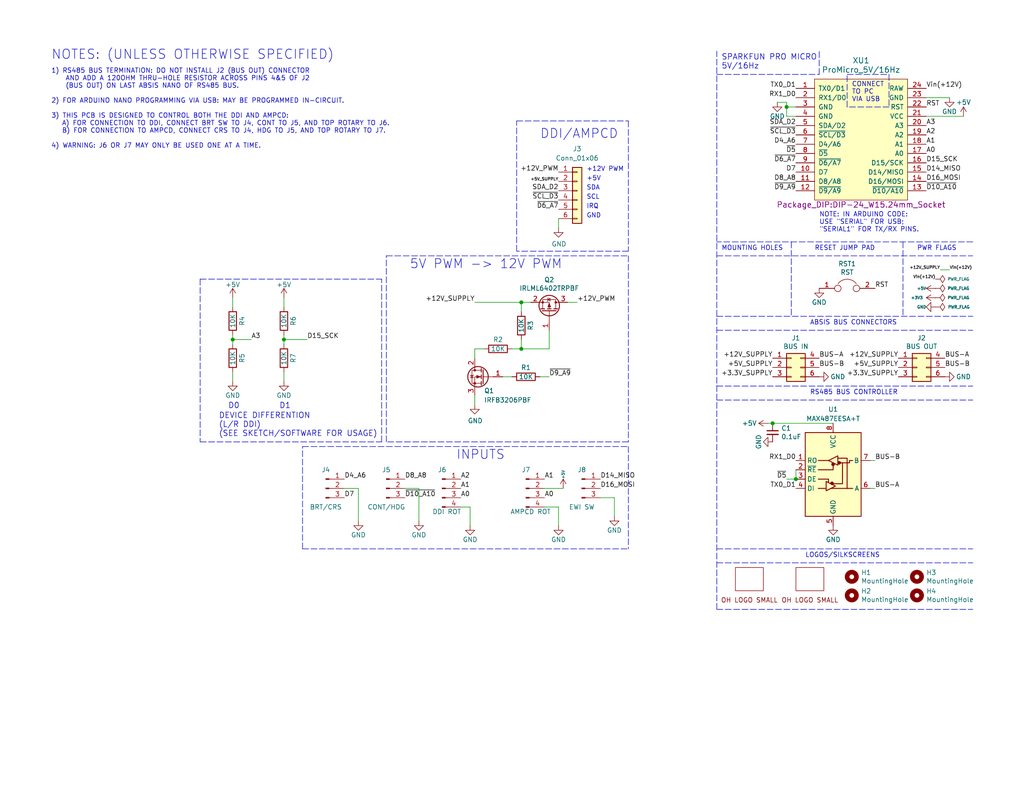
<source format=kicad_sch>
(kicad_sch (version 20211123) (generator eeschema)
  (paper "A")
  (title_block (title "DDI/AMPCD CONTROLLER") (date "2022-08-09") (rev "2") (company "OpenHornet") (comment 1 "CC BY-NC-SA"))
  (lib_symbols
    (symbol "CONTROLLER,-AMPCD_DDI-rescue:Jumper-Device" (pin_names (offset 0.762) hide)
      (property "Reference" "JP" (at 0 3.81 0))
      (property "Value" "Jumper-Device" (at 0 -2.032 0))
      (symbol "Jumper-Device_0_1"
        (circle (center -2.54 0) (radius 0.889))
        (arc (start 2.5146 1.27) (mid 0.0078 2.5097) (end -2.4892 1.27))
        (circle (center 2.54 0) (radius 0.889))
        (pin passive line (at -7.62 0 0) (length 4.191) (name "1") (number "1"))
        (pin passive line (at 7.62 0 180) (length 4.191) (name "2") (number "2"))
      )
    )
    (symbol "Connector:Conn_01x03_Male" (pin_names (offset 1.016) hide)
      (property "Reference" "J" (at 0 5.08 0))
      (property "Value" "Conn_01x03_Male" (at 0 -5.08 0))
      (symbol "Conn_01x03_Male_1_1"
        (polyline (pts (xy 1.27 -2.54) (xy 0.8636 -2.54)) (stroke (width 0.1524)))
        (polyline (pts (xy 1.27 0) (xy 0.8636 0)) (stroke (width 0.1524)))
        (polyline (pts (xy 1.27 2.54) (xy 0.8636 2.54)) (stroke (width 0.1524)))
        (rectangle (start 0.8636 -2.413) (end 0 -2.667) (stroke (width 0.1524)) (fill (type outline)))
        (rectangle (start 0.8636 0.127) (end 0 -0.127) (stroke (width 0.1524)) (fill (type outline)))
        (rectangle (start 0.8636 2.667) (end 0 2.413) (stroke (width 0.1524)) (fill (type outline)))
        (pin passive line (at 5.08 2.54 180) (length 3.81) (name "Pin_1") (number "1"))
        (pin passive line (at 5.08 0 180) (length 3.81) (name "Pin_2") (number "2"))
        (pin passive line (at 5.08 -2.54 180) (length 3.81) (name "Pin_3") (number "3"))
      )
    )
    (symbol "Connector:Conn_01x04_Male" (pin_names (offset 1.016) hide)
      (property "Reference" "J" (at 0 5.08 0))
      (property "Value" "Conn_01x04_Male" (at 0 -7.62 0))
      (symbol "Conn_01x04_Male_1_1"
        (polyline (pts (xy 1.27 -5.08) (xy 0.8636 -5.08)) (stroke (width 0.1524)))
        (polyline (pts (xy 1.27 -2.54) (xy 0.8636 -2.54)) (stroke (width 0.1524)))
        (polyline (pts (xy 1.27 0) (xy 0.8636 0)) (stroke (width 0.1524)))
        (polyline (pts (xy 1.27 2.54) (xy 0.8636 2.54)) (stroke (width 0.1524)))
        (rectangle (start 0.8636 -4.953) (end 0 -5.207) (stroke (width 0.1524)) (fill (type outline)))
        (rectangle (start 0.8636 -2.413) (end 0 -2.667) (stroke (width 0.1524)) (fill (type outline)))
        (rectangle (start 0.8636 0.127) (end 0 -0.127) (stroke (width 0.1524)) (fill (type outline)))
        (rectangle (start 0.8636 2.667) (end 0 2.413) (stroke (width 0.1524)) (fill (type outline)))
        (pin passive line (at 5.08 2.54 180) (length 3.81) (name "Pin_1") (number "1"))
        (pin passive line (at 5.08 0 180) (length 3.81) (name "Pin_2") (number "2"))
        (pin passive line (at 5.08 -2.54 180) (length 3.81) (name "Pin_3") (number "3"))
        (pin passive line (at 5.08 -5.08 180) (length 3.81) (name "Pin_4") (number "4"))
      )
    )
    (symbol "Connector_Generic:Conn_01x06" (pin_names (offset 1.016) hide)
      (property "Reference" "J" (at 0 7.62 0))
      (property "Value" "Conn_01x06" (at 0 -10.16 0))
      (symbol "Conn_01x06_1_1"
        (rectangle (start -1.27 -7.493) (end 0 -7.747) (stroke (width 0.1524)))
        (rectangle (start -1.27 -4.953) (end 0 -5.207) (stroke (width 0.1524)))
        (rectangle (start -1.27 -2.413) (end 0 -2.667) (stroke (width 0.1524)))
        (rectangle (start -1.27 0.127) (end 0 -0.127) (stroke (width 0.1524)))
        (rectangle (start -1.27 2.667) (end 0 2.413) (stroke (width 0.1524)))
        (rectangle (start -1.27 5.207) (end 0 4.953) (stroke (width 0.1524)))
        (rectangle (start -1.27 6.35) (end 1.27 -8.89) (stroke (width 0.254)) (fill (type background)))
        (pin passive line (at -5.08 5.08 0) (length 3.81) (name "Pin_1") (number "1"))
        (pin passive line (at -5.08 2.54 0) (length 3.81) (name "Pin_2") (number "2"))
        (pin passive line (at -5.08 0 0) (length 3.81) (name "Pin_3") (number "3"))
        (pin passive line (at -5.08 -2.54 0) (length 3.81) (name "Pin_4") (number "4"))
        (pin passive line (at -5.08 -5.08 0) (length 3.81) (name "Pin_5") (number "5"))
        (pin passive line (at -5.08 -7.62 0) (length 3.81) (name "Pin_6") (number "6"))
      )
    )
    (symbol "Connector_Generic:Conn_02x03_Top_Bottom" (pin_names (offset 1.016) hide)
      (property "Reference" "J" (at 1.27 5.08 0))
      (property "Value" "Conn_02x03_Top_Bottom" (at 1.27 -5.08 0))
      (symbol "Conn_02x03_Top_Bottom_1_1"
        (rectangle (start -1.27 -2.413) (end 0 -2.667) (stroke (width 0.1524)))
        (rectangle (start -1.27 0.127) (end 0 -0.127) (stroke (width 0.1524)))
        (rectangle (start -1.27 2.667) (end 0 2.413) (stroke (width 0.1524)))
        (rectangle (start -1.27 3.81) (end 3.81 -3.81) (stroke (width 0.254)) (fill (type background)))
        (rectangle (start 3.81 -2.413) (end 2.54 -2.667) (stroke (width 0.1524)))
        (rectangle (start 3.81 0.127) (end 2.54 -0.127) (stroke (width 0.1524)))
        (rectangle (start 3.81 2.667) (end 2.54 2.413) (stroke (width 0.1524)))
        (pin passive line (at -5.08 2.54 0) (length 3.81) (name "Pin_1") (number "1"))
        (pin passive line (at -5.08 0 0) (length 3.81) (name "Pin_2") (number "2"))
        (pin passive line (at -5.08 -2.54 0) (length 3.81) (name "Pin_3") (number "3"))
        (pin passive line (at 7.62 2.54 180) (length 3.81) (name "Pin_4") (number "4"))
        (pin passive line (at 7.62 0 180) (length 3.81) (name "Pin_5") (number "5"))
        (pin passive line (at 7.62 -2.54 180) (length 3.81) (name "Pin_6") (number "6"))
      )
    )
    (symbol "Device:C_Small" (pin_numbers hide) (pin_names (offset 0.254) hide)
      (property "Reference" "C" (at 0.254 1.778 0))
      (property "Value" "C_Small" (at 0.254 -2.032 0))
      (symbol "C_Small_0_1"
        (polyline (pts (xy -1.524 -0.508) (xy 1.524 -0.508)) (stroke (width 0.3302)))
        (polyline (pts (xy -1.524 0.508) (xy 1.524 0.508)) (stroke (width 0.3048)))
      )
      (symbol "C_Small_1_1"
        (pin passive line (at 0 2.54 270) (length 2.032) (name "~") (number "1"))
        (pin passive line (at 0 -2.54 90) (length 2.032) (name "~") (number "2"))
      )
    )
    (symbol "Device:Q_NMOS_GDS" (pin_names (offset 0) hide)
      (property "Reference" "Q" (at 5.08 1.27 0))
      (property "Value" "Q_NMOS_GDS" (at 5.08 -1.27 0))
      (symbol "Q_NMOS_GDS_0_1"
        (polyline (pts (xy 0.254 0) (xy -2.54 0)))
        (polyline (pts (xy 0.254 1.905) (xy 0.254 -1.905)) (stroke (width 0.254)))
        (polyline (pts (xy 0.762 -1.27) (xy 0.762 -2.286)) (stroke (width 0.254)))
        (polyline (pts (xy 0.762 0.508) (xy 0.762 -0.508)) (stroke (width 0.254)))
        (polyline (pts (xy 0.762 2.286) (xy 0.762 1.27)) (stroke (width 0.254)))
        (polyline (pts (xy 2.54 2.54) (xy 2.54 1.778)))
        (polyline (pts (xy 2.54 -2.54) (xy 2.54 0) (xy 0.762 0)))
        (polyline (pts (xy 0.762 -1.778) (xy 3.302 -1.778) (xy 3.302 1.778) (xy 0.762 1.778)))
        (polyline (pts (xy 1.016 0) (xy 2.032 0.381) (xy 2.032 -0.381) (xy 1.016 0)) (fill (type outline)))
        (polyline (pts (xy 2.794 0.508) (xy 2.921 0.381) (xy 3.683 0.381) (xy 3.81 0.254)))
        (polyline (pts (xy 3.302 0.381) (xy 2.921 -0.254) (xy 3.683 -0.254) (xy 3.302 0.381)))
        (circle (center 1.651 0) (radius 2.794) (stroke (width 0.254)))
        (circle (center 2.54 -1.778) (radius 0.254) (fill (type outline)))
        (circle (center 2.54 1.778) (radius 0.254) (fill (type outline)))
      )
      (symbol "Q_NMOS_GDS_1_1"
        (pin input line (at -5.08 0 0) (length 2.54) (name "G") (number "1"))
        (pin passive line (at 2.54 5.08 270) (length 2.54) (name "D") (number "2"))
        (pin passive line (at 2.54 -5.08 90) (length 2.54) (name "S") (number "3"))
      )
    )
    (symbol "Device:R" (pin_numbers hide) (pin_names (offset 0))
      (property "Reference" "R" (at 2.032 0 90))
      (property "Value" "R" (at 0 0 90))
      (symbol "R_0_1"
        (rectangle (start -1.016 -2.54) (end 1.016 2.54) (stroke (width 0.254)))
      )
      (symbol "R_1_1"
        (pin passive line (at 0 3.81 270) (length 1.27) (name "~") (number "1"))
        (pin passive line (at 0 -3.81 90) (length 1.27) (name "~") (number "2"))
      )
    )
    (symbol "Interface_UART:MAX487E"
      (property "Reference" "U" (at -6.096 11.43 0))
      (property "Value" "MAX487E" (at 0.762 11.43 0))
      (symbol "MAX487E_0_1"
        (rectangle (start -7.62 10.16) (end 7.62 -12.7) (stroke (width 0.254)) (fill (type background)))
        (circle (center -0.3048 -3.683) (radius 0.3556) (stroke (width 0.254)) (fill (type outline)))
        (circle (center -0.0254 1.4986) (radius 0.3556) (stroke (width 0.254)) (fill (type outline)))
        (polyline (pts (xy -4.064 -5.08) (xy -1.905 -5.08)) (stroke (width 0.254)))
        (polyline (pts (xy -4.064 2.54) (xy -1.27 2.54)) (stroke (width 0.254)))
        (polyline (pts (xy -1.27 -3.2004) (xy -1.27 -3.4544)) (stroke (width 0.254)))
        (polyline (pts (xy -0.635 -5.08) (xy 5.334 -5.08)) (stroke (width 0.254)))
        (polyline (pts (xy -4.064 -2.54) (xy -1.27 -2.54) (xy -1.27 -3.175)) (stroke (width 0.254)))
        (polyline (pts (xy 0 1.27) (xy 0 0) (xy -4.064 0)) (stroke (width 0.254)))
        (polyline (pts (xy 1.27 3.175) (xy 3.81 3.175) (xy 3.81 -5.08)) (stroke (width 0.254)))
        (polyline (pts (xy 2.54 1.905) (xy 2.54 -3.81) (xy 0 -3.81)) (stroke (width 0.254)))
        (polyline (pts (xy -1.905 -3.175) (xy -1.905 -5.715) (xy 0.635 -4.445) (xy -1.905 -3.175)) (stroke (width 0.254)))
        (polyline (pts (xy -1.27 2.54) (xy 1.27 3.81) (xy 1.27 1.27) (xy -1.27 2.54)) (stroke (width 0.254)))
        (polyline (pts (xy 1.905 1.905) (xy 4.445 1.905) (xy 4.445 2.54) (xy 5.334 2.54)) (stroke (width 0.254)))
        (rectangle (start 1.27 3.175) (end 1.27 3.175))
        (circle (center 1.651 1.905) (radius 0.3556) (stroke (width 0.254)) (fill (type outline)))
      )
      (symbol "MAX487E_1_1"
        (pin output line (at -10.16 2.54 0) (length 2.54) (name "RO") (number "1"))
        (pin input line (at -10.16 0 0) (length 2.54) (name "~{RE}") (number "2"))
        (pin input line (at -10.16 -2.54 0) (length 2.54) (name "DE") (number "3"))
        (pin input line (at -10.16 -5.08 0) (length 2.54) (name "DI") (number "4"))
        (pin power_in line (at 0 -15.24 90) (length 2.54) (name "GND") (number "5"))
        (pin bidirectional line (at 10.16 -5.08 180) (length 2.54) (name "A") (number "6"))
        (pin bidirectional line (at 10.16 2.54 180) (length 2.54) (name "B") (number "7"))
        (pin power_in line (at 0 12.7 270) (length 2.54) (name "VCC") (number "8"))
      )
    )
    (symbol "KiCadCustomLib:OpenHornetLogoSmall" (pin_numbers hide) (pin_names (offset 0) hide)
      (symbol "OpenHornetLogoSmall_0_0"
        (text "OH LOGO SMALL" (at 0 2.54 0) (effects (font (size 1.27 1.27))))
      )
      (symbol "OpenHornetLogoSmall_0_1"
        (rectangle (start 3.81 5.08) (end -3.81 11.43))
      )
    )
    (symbol "KiCadCustomLib:ProMicro" (pin_names (offset 1.016))
      (property "Reference" "U" (at 0 24.13 0))
      (property "Value" "ProMicro" (at 0 -13.97 0))
      (symbol "ProMicro_0_1"
        (rectangle (start -12.7 21.59) (end 12.7 -11.43) (fill (type background)))
      )
      (symbol "ProMicro_1_1"
        (pin bidirectional line (at -17.78 19.05 0) (length 5.08) (name "TX0/D1") (number "1"))
        (pin bidirectional line (at -17.78 -3.81 0) (length 5.08) (name "D7") (number "10"))
        (pin bidirectional line (at -17.78 -6.35 0) (length 5.08) (name "D8/A8") (number "11"))
        (pin bidirectional line (at -17.78 -8.89 0) (length 5.08) (name "~{D9/A9}") (number "12"))
        (pin bidirectional line (at 17.78 -8.89 180) (length 5.08) (name "~{D10/A10}") (number "13"))
        (pin bidirectional line (at 17.78 -6.35 180) (length 5.08) (name "D16/MOSI") (number "14"))
        (pin bidirectional line (at 17.78 -3.81 180) (length 5.08) (name "D14/MISO") (number "15"))
        (pin bidirectional line (at 17.78 -1.27 180) (length 5.08) (name "D15/SCK") (number "16"))
        (pin bidirectional line (at 17.78 1.27 180) (length 5.08) (name "A0") (number "17"))
        (pin bidirectional line (at 17.78 3.81 180) (length 5.08) (name "A1") (number "18"))
        (pin bidirectional line (at 17.78 6.35 180) (length 5.08) (name "A2") (number "19"))
        (pin bidirectional line (at -17.78 16.51 0) (length 5.08) (name "RX1/D0") (number "2"))
        (pin bidirectional line (at 17.78 8.89 180) (length 5.08) (name "A3") (number "20"))
        (pin power_in line (at 17.78 11.43 180) (length 5.08) (name "VCC") (number "21"))
        (pin input line (at 17.78 13.97 180) (length 5.08) (name "RST") (number "22"))
        (pin power_in line (at 17.78 16.51 180) (length 5.08) (name "GND") (number "23"))
        (pin power_out line (at 17.78 19.05 180) (length 5.08) (name "RAW") (number "24"))
        (pin power_in line (at -17.78 13.97 0) (length 5.08) (name "GND") (number "3"))
        (pin power_in line (at -17.78 11.43 0) (length 5.08) (name "GND") (number "4"))
        (pin bidirectional line (at -17.78 8.89 0) (length 5.08) (name "SDA/D2") (number "5"))
        (pin bidirectional line (at -17.78 6.35 0) (length 5.08) (name "~{SCL/D3}") (number "6"))
        (pin bidirectional line (at -17.78 3.81 0) (length 5.08) (name "D4/A6") (number "7"))
        (pin bidirectional line (at -17.78 1.27 0) (length 5.08) (name "~{D5}") (number "8"))
        (pin bidirectional line (at -17.78 -1.27 0) (length 5.08) (name "~{D6/A7}") (number "9"))
      )
    )
    (symbol "Mechanical:MountingHole" (pin_names (offset 1.016))
      (property "Reference" "H" (at 0 5.08 0))
      (property "Value" "MountingHole" (at 0 3.175 0))
      (symbol "MountingHole_0_1"
        (circle (center 0 0) (radius 1.27) (stroke (width 1.27)))
      )
    )
    (symbol "Transistor_FET:IRLML6402" (pin_names hide)
      (property "Reference" "Q" (at 5.08 1.905 0))
      (property "Value" "IRLML6402" (at 5.08 0 0))
      (symbol "IRLML6402_0_1"
        (polyline (pts (xy 0.254 0) (xy -2.54 0)))
        (polyline (pts (xy 0.254 1.905) (xy 0.254 -1.905)) (stroke (width 0.254)))
        (polyline (pts (xy 0.762 -1.27) (xy 0.762 -2.286)) (stroke (width 0.254)))
        (polyline (pts (xy 0.762 0.508) (xy 0.762 -0.508)) (stroke (width 0.254)))
        (polyline (pts (xy 0.762 2.286) (xy 0.762 1.27)) (stroke (width 0.254)))
        (polyline (pts (xy 2.54 2.54) (xy 2.54 1.778)))
        (polyline (pts (xy 2.54 -2.54) (xy 2.54 0) (xy 0.762 0)))
        (polyline (pts (xy 0.762 1.778) (xy 3.302 1.778) (xy 3.302 -1.778) (xy 0.762 -1.778)))
        (polyline (pts (xy 2.286 0) (xy 1.27 0.381) (xy 1.27 -0.381) (xy 2.286 0)) (fill (type outline)))
        (polyline (pts (xy 2.794 -0.508) (xy 2.921 -0.381) (xy 3.683 -0.381) (xy 3.81 -0.254)))
        (polyline (pts (xy 3.302 -0.381) (xy 2.921 0.254) (xy 3.683 0.254) (xy 3.302 -0.381)))
        (circle (center 1.651 0) (radius 2.794) (stroke (width 0.254)))
        (circle (center 2.54 -1.778) (radius 0.254) (fill (type outline)))
        (circle (center 2.54 1.778) (radius 0.254) (fill (type outline)))
      )
      (symbol "IRLML6402_1_1"
        (pin input line (at -5.08 0 0) (length 2.54) (name "G") (number "1"))
        (pin passive line (at 2.54 -5.08 90) (length 2.54) (name "S") (number "2"))
        (pin passive line (at 2.54 5.08 270) (length 2.54) (name "D") (number "3"))
      )
    )
    (symbol "power:+3V3" (power) (pin_names (offset 0))
      (property "Value" "+3V3" (at 0 3.556 0))
      (symbol "+3V3_0_1"
        (polyline (pts (xy -0.762 1.27) (xy 0 2.54)))
        (polyline (pts (xy 0 0) (xy 0 2.54)))
        (polyline (pts (xy 0 2.54) (xy 0.762 1.27)))
      )
      (symbol "+3V3_1_1"
        (pin power_in line (at 0 0 90) (length 0) hide (name "+3V3") (number "1"))
      )
    )
    (symbol "power:+5V" (power) (pin_names (offset 0))
      (property "Value" "+5V" (at 0 3.556 0))
      (symbol "+5V_0_1"
        (polyline (pts (xy -0.762 1.27) (xy 0 2.54)))
        (polyline (pts (xy 0 0) (xy 0 2.54)))
        (polyline (pts (xy 0 2.54) (xy 0.762 1.27)))
      )
      (symbol "+5V_1_1"
        (pin power_in line (at 0 0 90) (length 0) hide (name "+5V") (number "1"))
      )
    )
    (symbol "power:GND" (power) (pin_names (offset 0))
      (property "Value" "GND" (at 0 -3.81 0))
      (symbol "GND_0_1"
        (polyline (pts (xy 0 0) (xy 0 -1.27) (xy 1.27 -1.27) (xy 0 -2.54) (xy -1.27 -1.27) (xy 0 -1.27)))
      )
      (symbol "GND_1_1"
        (pin power_in line (at 0 0 270) (length 0) hide (name "GND") (number "1"))
      )
    )
    (symbol "power:PWR_FLAG" (power) (pin_numbers hide) (pin_names (offset 0) hide)
      (property "Value" "PWR_FLAG" (at 0 3.81 0))
      (symbol "PWR_FLAG_0_0"
        (pin power_out line (at 0 0 90) (length 0) (name "pwr") (number "1"))
      )
      (symbol "PWR_FLAG_0_1"
        (polyline (pts (xy 0 0) (xy 0 1.27) (xy -1.016 1.905) (xy 0 2.54) (xy 1.016 1.905) (xy 0 1.27)))
      )
    )
  )
  (junction (at 142.24 82.55))
  (junction (at 217.17 130.81))
  (junction (at 210.82 115.57))
  (junction (at 142.24 95.25))
  (junction (at 63.5 92.71))
  (junction (at 77.47 92.71))
  (junction (at 214.63 29.21))
  (polyline (pts (xy 242.57 29.21) (xy 231.14 29.21)))
  (polyline (pts (xy 195.58 166.37) (xy 265.43 166.37)))
  (wire (pts (xy 209.55 115.57) (xy 210.82 115.57)))
  (wire (pts (xy 252.73 31.75) (xy 262.89 31.75)))
  (polyline (pts (xy 140.97 68.58) (xy 140.97 33.02)))
  (wire (pts (xy 129.54 110.49) (xy 129.54 107.95)))
  (polyline (pts (xy 82.55 149.86) (xy 82.55 121.92)))
  (wire (pts (xy 259.08 26.67) (xy 252.73 26.67)))
  (wire (pts (xy 142.24 82.55) (xy 129.54 82.55)))
  (polyline (pts (xy 223.52 20.32) (xy 223.52 13.97)))
  (wire (pts (xy 83.82 92.71) (xy 77.47 92.71)))
  (polyline (pts (xy 195.58 105.41) (xy 265.43 105.41)))
  (wire (pts (xy 238.76 133.35) (xy 237.49 133.35)))
  (wire (pts (xy 147.32 102.87) (xy 149.86 102.87)))
  (polyline (pts (xy 82.55 149.86) (xy 171.45 149.86)))
  (wire (pts (xy 97.79 133.35) (xy 93.98 133.35)))
  (polyline (pts (xy 195.58 20.32) (xy 223.52 20.32)))
  (polyline (pts (xy 82.55 121.92) (xy 171.45 121.92)))
  (wire (pts (xy 149.86 90.17) (xy 149.86 95.25)))
  (wire (pts (xy 142.24 85.09) (xy 142.24 82.55)))
  (polyline (pts (xy 171.45 68.58) (xy 140.97 68.58)))
  (wire (pts (xy 63.5 91.44) (xy 63.5 92.71)))
  (polyline (pts (xy 54.61 76.2) (xy 54.61 120.65)))
  (wire (pts (xy 77.47 81.28) (xy 77.47 83.82)))
  (wire (pts (xy 214.63 31.75) (xy 214.63 29.21)))
  (wire (pts (xy 142.24 92.71) (xy 142.24 95.25)))
  (wire (pts (xy 77.47 101.6) (xy 77.47 104.14)))
  (wire (pts (xy 63.5 92.71) (xy 68.58 92.71)))
  (polyline (pts (xy 195.58 149.86) (xy 265.43 149.86)))
  (wire (pts (xy 214.63 31.75) (xy 217.17 31.75)))
  (wire (pts (xy 63.5 81.28) (xy 63.5 83.82)))
  (polyline (pts (xy 195.58 166.37) (xy 195.58 13.97)))
  (wire (pts (xy 128.27 138.43) (xy 128.27 143.51)))
  (wire (pts (xy 77.47 91.44) (xy 77.47 92.71)))
  (polyline (pts (xy 171.45 120.65) (xy 105.41 120.65)))
  (wire (pts (xy 114.3 133.35) (xy 110.49 133.35)))
  (polyline (pts (xy 195.58 153.67) (xy 265.43 153.67)))
  (polyline (pts (xy 171.45 121.92) (xy 171.45 149.86)))
  (polyline (pts (xy 231.14 20.32) (xy 242.57 20.32)))
  (wire (pts (xy 167.64 135.89) (xy 163.83 135.89)))
  (wire (pts (xy 114.3 133.35) (xy 114.3 142.24)))
  (polyline (pts (xy 195.58 90.17) (xy 265.43 90.17)))
  (polyline (pts (xy 171.45 33.02) (xy 171.45 68.58)))
  (polyline (pts (xy 215.9 66.04) (xy 215.9 86.36)))
  (wire (pts (xy 144.78 82.55) (xy 142.24 82.55)))
  (wire (pts (xy 167.64 140.97) (xy 167.64 135.89)))
  (wire (pts (xy 217.17 128.27) (xy 217.17 130.81)))
  (wire (pts (xy 149.86 95.25) (xy 142.24 95.25)))
  (polyline (pts (xy 104.14 120.65) (xy 104.14 76.2)))
  (polyline (pts (xy 242.57 20.32) (xy 242.57 29.21)))
  (wire (pts (xy 153.67 133.35) (xy 148.59 133.35)))
  (wire (pts (xy 210.82 115.57) (xy 227.33 115.57)))
  (polyline (pts (xy 195.58 86.36) (xy 265.43 86.36)))
  (wire (pts (xy 77.47 92.71) (xy 77.47 93.98)))
  (wire (pts (xy 157.48 82.55) (xy 154.94 82.55)))
  (wire (pts (xy 63.5 92.71) (xy 63.5 93.98)))
  (wire (pts (xy 237.49 125.73) (xy 238.76 125.73)))
  (wire (pts (xy 217.17 29.21) (xy 214.63 29.21)))
  (wire (pts (xy 152.4 59.69) (xy 152.4 62.23)))
  (polyline (pts (xy 231.14 29.21) (xy 231.14 20.32)))
  (wire (pts (xy 137.16 102.87) (xy 139.7 102.87)))
  (wire (pts (xy 97.79 133.35) (xy 97.79 142.24)))
  (polyline (pts (xy 54.61 76.2) (xy 104.14 76.2)))
  (polyline (pts (xy 105.41 69.85) (xy 171.45 69.85)))
  (wire (pts (xy 129.54 95.25) (xy 129.54 97.79)))
  (wire (pts (xy 152.4 138.43) (xy 148.59 138.43)))
  (wire (pts (xy 214.63 27.94) (xy 212.09 27.94)))
  (wire (pts (xy 214.63 130.81) (xy 217.17 130.81)))
  (wire (pts (xy 132.08 95.25) (xy 129.54 95.25)))
  (polyline (pts (xy 105.41 120.65) (xy 105.41 69.85)))
  (wire (pts (xy 139.7 95.25) (xy 142.24 95.25)))
  (polyline (pts (xy 140.97 33.02) (xy 171.45 33.02)))
  (wire (pts (xy 125.73 138.43) (xy 128.27 138.43)))
  (wire (pts (xy 256.54 73.66) (xy 259.08 73.66)))
  (polyline (pts (xy 54.61 120.65) (xy 104.14 120.65)))
  (wire (pts (xy 152.4 143.51) (xy 152.4 138.43)))
  (wire (pts (xy 214.63 29.21) (xy 214.63 27.94)))
  (polyline (pts (xy 195.58 69.85) (xy 265.43 69.85)))
  (wire (pts (xy 63.5 101.6) (xy 63.5 104.14)))
  (polyline (pts (xy 246.38 66.04) (xy 246.38 86.36)))
  (polyline (pts (xy 195.58 109.22) (xy 265.43 109.22)))
  (polyline (pts (xy 171.45 69.85) (xy 171.45 120.65)))
  (polyline (pts (xy 265.43 66.04) (xy 195.58 66.04)))
  (text "IRQ" (at 160.02 57.15 0) (effects (font (size 1.2446 1.2446)) (justify left bottom)))
  (text "MOUNTING HOLES" (at 196.85 68.58 0) (effects (font (size 1.27 1.27)) (justify left bottom)))
  (text "RS485 BUS CONTROLLER" (at 220.98 107.95 0) (effects (font (size 1.27 1.27)) (justify left bottom)))
  (text "NOTES: (UNLESS OTHERWISE SPECIFIED)" (at 13.97 16.51 0) (effects (font (size 2.54 2.54)) (justify left bottom)))
  (text "DEVICE DIFFERENTION\n(L/R DDI)\n(SEE SKETCH/SOFTWARE FOR USAGE)" (at 59.69 119.38 0) (effects (font (size 1.524 1.524)) (justify left bottom)))
  (text "SPARKFUN PRO MICRO \n5V/16Hz" (at 196.85 19.05 0) (effects (font (size 1.524 1.524)) (justify left bottom)))
  (text "CONNECT \nTO PC \nVIA USB" (at 232.41 27.94 0) (effects (font (size 1.27 1.27)) (justify left bottom)))
  (text "RESET JUMP PAD" (at 222.25 68.58 0) (effects (font (size 1.27 1.27)) (justify left bottom)))
  (text "LOGOS/SILKSCREENS" (at 219.71 152.4 0) (effects (font (size 1.27 1.27)) (justify left bottom)))
  (text "+12V PWM" (at 160.02 46.99 0) (effects (font (size 1.2446 1.2446)) (justify left bottom)))
  (text "D1" (at 76.2 111.76 0) (effects (font (size 1.524 1.524)) (justify left bottom)))
  (text "5V PWM -> 12V PWM" (at 111.76 73.66 0) (effects (font (size 2.4892 2.4892)) (justify left bottom)))
  (text "SCL" (at 160.02 54.61 0) (effects (font (size 1.2446 1.2446)) (justify left bottom)))
  (text "PWR FLAGS" (at 250.19 68.58 0) (effects (font (size 1.27 1.27)) (justify left bottom)))
  (text "+5V" (at 160.02 49.53 0) (effects (font (size 1.2446 1.2446)) (justify left bottom)))
  (text "ABSIS BUS CONNECTORS" (at 220.98 88.9 0) (effects (font (size 1.27 1.27)) (justify left bottom)))
  (text "D0" (at 62.23 111.76 0) (effects (font (size 1.524 1.524)) (justify left bottom)))
  (text "NOTE: IN ARDUINO CODE: \nUSE \"SERIAL\" FOR USB; \n\"SERIAL1\" FOR TX/RX PINS." (at 223.52 63.5 0) (effects (font (size 1.27 1.27)) (justify left bottom)))
  (text "SDA" (at 160.02 52.07 0) (effects (font (size 1.2446 1.2446)) (justify left bottom)))
  (text "INPUTS" (at 124.46 125.73 0) (effects (font (size 2.4892 2.4892)) (justify left bottom)))
  (text "1) RS485 BUS TERMINATION: DO NOT INSTALL J2 (BUS OUT) CONNECTOR \n    AND ADD A 120OHM THRU-HOLE RESISTOR ACROSS PINS 4&5 OF J2 \n    (BUS OUT) ON LAST ABSIS NANO OF RS485 BUS.\n\n2) FOR ARDUINO NANO PROGRAMMING VIA USB: MAY BE PROGRAMMED IN-CIRCUIT. \n\n3) THIS PCB IS DESIGNED TO CONTROL BOTH THE DDI AND AMPCD:\n   A) FOR CONNECTION TO DDI, CONNECT BRT SW TO J4, CONT TO J5, AND TOP ROTARY TO J6.\n   B) FOR CONNECTION TO AMPCD, CONNECT CRS TO J4, HDG TO J5, AND TOP ROTARY TO J7.\n\n4) WARNING: J6 OR J7 MAY ONLY BE USED ONE AT A TIME." (at 13.97 40.64 0) (effects (font (size 1.27 1.27)) (justify left bottom)))
  (text "GND" (at 160.02 59.69 0) (effects (font (size 1.2446 1.2446)) (justify left bottom)))
  (text "DDI/AMPCD" (at 147.32 38.1 0) (effects (font (size 2.4892 2.4892)) (justify left bottom)))
  (label "~{D6_A7}" (at 152.4 57.15 180))
  (label "A2" (at 252.73 36.83 0))
  (label "BUS-B" (at 223.52 100.33 0))
  (label "D4_A6" (at 93.98 130.81 0))
  (label "+3.3V_SUPPLY" (at 210.82 102.87 180))
  (label "~{D9_A9}" (at 149.86 102.87 0))
  (label "D7" (at 217.17 46.99 180))
  (label "D14_MISO" (at 252.73 46.99 0))
  (label "+12V_SUPPLY" (at 245.11 97.79 180))
  (label "+12V_SUPPLY" (at 256.54 73.66 180) (effects (font (size 0.7874 0.7874))))
  (label "~{D5}" (at 217.17 41.91 180))
  (label "A0" (at 148.59 135.89 0))
  (label "BUS-B" (at 238.76 125.73 0))
  (label "~{D10_A10}" (at 252.73 52.07 0))
  (label "+5V_SUPPLY" (at 210.82 100.33 180))
  (label "BUS-A" (at 223.52 97.79 0))
  (label "~{SCL_D3}" (at 152.4 54.61 180))
  (label "D15_SCK" (at 252.73 44.45 0))
  (label "D4_A6" (at 217.17 39.37 180))
  (label "SDA_D2" (at 152.4 52.07 180))
  (label "~{D9_A9}" (at 217.17 52.07 180))
  (label "D8_A8" (at 110.49 130.81 0))
  (label "RX1_D0" (at 217.17 125.73 180))
  (label "RST" (at 238.76 78.74 0))
  (label "+5V_SUPPLY" (at 152.4 49.53 180) (effects (font (size 0.7874 0.7874))))
  (label "+12V_PWM" (at 157.48 82.55 0))
  (label "A0" (at 125.73 135.89 0))
  (label "~{D6_A7}" (at 217.17 44.45 180))
  (label "+12V_SUPPLY" (at 129.54 82.55 180))
  (label "D15_SCK" (at 83.82 92.71 0))
  (label "RX1_D0" (at 217.17 26.67 180))
  (label "TX0_D1" (at 217.17 133.35 180))
  (label "~{D10_A10}" (at 110.49 135.89 0))
  (label "~{SCL_D3}" (at 217.17 36.83 180))
  (label "BUS-B" (at 257.81 100.33 0))
  (label "SDA_D2" (at 217.17 34.29 180))
  (label "A3" (at 252.73 34.29 0))
  (label "+3.3V_SUPPLY" (at 245.11 102.87 180))
  (label "A0" (at 252.73 41.91 0))
  (label "+12V_PWM" (at 152.4 46.99 180))
  (label "A2" (at 125.73 130.81 0))
  (label "D8_A8" (at 217.17 49.53 180))
  (label "BUS-A" (at 257.81 97.79 0))
  (label "BUS-A" (at 238.76 133.35 0))
  (label "RST" (at 252.73 29.21 0))
  (label "D14_MISO" (at 163.83 130.81 0))
  (label "A1" (at 125.73 133.35 0))
  (label "+5V_SUPPLY" (at 245.11 100.33 180))
  (label "D7" (at 93.98 135.89 0))
  (label "TX0_D1" (at 217.17 24.13 180))
  (label "D16_MOSI" (at 163.83 133.35 0))
  (label "A1" (at 252.73 39.37 0))
  (label "A1" (at 148.59 130.81 0))
  (label "Vin(+12V)" (at 255.27 76.2 180) (effects (font (size 0.7874 0.7874))))
  (label "D16_MOSI" (at 252.73 49.53 0))
  (label "Vin(+12V)" (at 252.73 24.13 0))
  (label "+12V_SUPPLY" (at 210.82 97.79 180))
  (label "~{D5}" (at 214.63 130.81 180))
  (label "A3" (at 68.58 92.71 0))
  (label "Vin(+12V)" (at 259.08 73.66 0) (effects (font (size 0.7874 0.7874))))
  (symbol (lib_id "Connector:Conn_01x03_Male") (at 88.9 133.35 0) (unit 1)
    (property "Reference" "J4" (at 88.9 128.27 0))
    (property "Value" "BRT/CRS" (at 88.9 138.43 0))
    (property "Footprint" "Connector_Molex:Molex_KK-254_AE-6410-03A_1x03_P2.54mm_Vertical" (effects hide))
  )
  (symbol (lib_id "Connector:Conn_01x03_Male") (at 105.41 133.35 0) (unit 1)
    (property "Reference" "J5" (at 105.41 128.27 0))
    (property "Value" "CONT/HDG" (at 105.41 138.43 0))
    (property "Footprint" "Connector_Molex:Molex_KK-254_AE-6410-03A_1x03_P2.54mm_Vertical" (effects hide))
  )
  (symbol (lib_id "power:GND") (at 97.79 142.24 0) (unit 1)
    (property "Reference" "#PWR06" (effects hide))
    (property "Value" "GND" (at 97.79 146.05 0))
  )
  (symbol (lib_id "power:GND") (at 114.3 142.24 0) (unit 1)
    (property "Reference" "#PWR010" (effects hide))
    (property "Value" "GND" (at 114.3 146.05 0))
  )
  (symbol (lib_id "power:+5V") (at 63.5 81.28 0) (unit 1)
    (property "Reference" "#PWR0110" (effects hide))
    (property "Value" "+5V" (at 63.5 77.724 0))
  )
  (symbol (lib_id "power:GND") (at 63.5 104.14 0) (unit 1)
    (property "Reference" "#PWR0111" (effects hide))
    (property "Value" "GND" (at 63.5 107.95 0))
  )
  (symbol (lib_id "power:+5V") (at 77.47 81.28 0) (unit 1)
    (property "Reference" "#PWR07" (effects hide))
    (property "Value" "+5V" (at 77.47 77.724 0))
  )
  (symbol (lib_id "power:GND") (at 77.47 104.14 0) (unit 1)
    (property "Reference" "#PWR08" (effects hide))
    (property "Value" "GND" (at 77.47 107.95 0))
  )
  (symbol (lib_id "Connector:Conn_01x04_Male") (at 120.65 133.35 0) (unit 1)
    (property "Reference" "J6" (at 120.65 128.27 0))
    (property "Value" "DDI ROT" (at 121.92 139.7 0))
    (property "Footprint" "Connector_Molex:Molex_KK-254_AE-6410-04A_1x04_P2.54mm_Vertical" (effects hide))
  )
  (symbol (lib_id "power:GND") (at 128.27 143.51 0) (unit 1)
    (property "Reference" "#PWR0112" (effects hide))
    (property "Value" "GND" (at 128.27 147.32 0))
  )
  (symbol (lib_id "power:+5V") (at 255.27 78.74 90) (unit 1)
    (property "Reference" "#PWR0101" (effects hide))
    (property "Value" "+5V" (at 251.46 78.74 90) (effects (font (size 0.7874 0.7874))))
  )
  (symbol (lib_id "power:GND") (at 227.33 143.51 0) (unit 1)
    (property "Reference" "#PWR0105" (effects hide))
    (property "Value" "GND" (at 227.33 147.32 0))
  )
  (symbol (lib_id "Connector_Generic:Conn_02x03_Top_Bottom") (at 215.9 100.33 0) (unit 1)
    (property "Reference" "J1" (at 217.17 92.2782 0))
    (property "Value" "BUS IN" (at 217.17 94.5896 0))
    (property "Footprint" "Connector_Molex:Molex_Mini-Fit_Jr_5566-06A2_2x03_P4.20mm_Vertical" (effects hide))
    (property "Datasheet" "https://www.molex.com/pdm_docs/sd/039299067_sd.pdf" (effects hide))
    (property "PN" "039299067" (effects hide))
    (property "LCSC" "N/A" (effects hide))
  )
  (symbol (lib_id "Connector_Generic:Conn_02x03_Top_Bottom") (at 250.19 100.33 0) (unit 1)
    (property "Reference" "J2" (at 251.46 92.2782 0))
    (property "Value" "BUS OUT" (at 251.46 94.5896 0))
    (property "Footprint" "Connector_Molex:Molex_Mini-Fit_Jr_5566-06A2_2x03_P4.20mm_Vertical" (effects hide))
    (property "Datasheet" "https://www.molex.com/pdm_docs/sd/039299067_sd.pdf" (effects hide))
    (property "PN" "039299067" (effects hide))
    (property "LCSC" "N/A" (effects hide))
  )
  (symbol (lib_id "power:+5V") (at 209.55 115.57 90) (unit 1)
    (property "Reference" "#PWR0107" (effects hide))
    (property "Value" "+5V" (at 204.47 115.57 90))
  )
  (symbol (lib_id "Connector_Generic:Conn_01x06") (at 157.48 52.07 0) (unit 1)
    (property "Reference" "J3" (at 157.48 40.64 0))
    (property "Value" "Conn_01x06" (at 157.48 43.18 0))
    (property "Footprint" "Connector_Molex:Molex_KK-254_AE-6410-06A_1x06_P2.54mm_Vertical" (effects hide))
    (property "Datasheet" "https://www.molex.com/pdm_docs/sd/022292061_sd.pdf" (effects hide))
    (property "PN" "22292061" (effects hide))
  )
  (symbol (lib_id "power:GND") (at 152.4 62.23 0) (unit 1)
    (property "Reference" "#PWR05" (effects hide))
    (property "Value" "GND" (at 152.527 66.6242 0))
  )
  (symbol (lib_id "Mechanical:MountingHole") (at 232.41 157.48 0) (unit 1)
    (property "Reference" "H1" (at 234.95 156.3116 0) (effects (justify left)))
    (property "Value" "MountingHole" (at 234.95 158.623 0) (effects (justify left)))
    (property "Footprint" "MountingHole:MountingHole_3.2mm_M3" (effects hide))
  )
  (symbol (lib_id "Mechanical:MountingHole") (at 232.41 162.56 0) (unit 1)
    (property "Reference" "H2" (at 234.95 161.3916 0) (effects (justify left)))
    (property "Value" "MountingHole" (at 234.95 163.703 0) (effects (justify left)))
    (property "Footprint" "MountingHole:MountingHole_3.2mm_M3" (effects hide))
  )
  (symbol (lib_id "Mechanical:MountingHole") (at 250.19 157.48 0) (unit 1)
    (property "Reference" "H3" (at 252.73 156.3116 0) (effects (justify left)))
    (property "Value" "MountingHole" (at 252.73 158.623 0) (effects (justify left)))
    (property "Footprint" "MountingHole:MountingHole_3.2mm_M3" (effects hide))
  )
  (symbol (lib_id "Mechanical:MountingHole") (at 250.19 162.56 0) (unit 1)
    (property "Reference" "H4" (at 252.73 161.3916 0) (effects (justify left)))
    (property "Value" "MountingHole" (at 252.73 163.703 0) (effects (justify left)))
    (property "Footprint" "MountingHole:MountingHole_3.2mm_M3" (effects hide))
  )
  (symbol (lib_id "power:GND") (at 255.27 83.82 270) (unit 1)
    (property "Reference" "#PWR0103" (effects hide))
    (property "Value" "GND" (at 251.46 83.82 90) (effects (font (size 0.7874 0.7874))))
  )
  (symbol (lib_id "Device:Q_NMOS_GDS") (at 132.08 102.87 0) (mirror y) (unit 1)
    (property "Reference" "Q1" (at 132.08 106.68 0) (effects (justify right)))
    (property "Value" "IRFB3206PBF" (at 132.08 109.22 0) (effects (justify right)))
    (property "Footprint" "Package_TO_SOT_THT:TO-220-3_Vertical" (effects hide))
    (property "Datasheet" "https://datasheet.lcsc.com/szlcsc/1806111728_Infineon-Technologies-IRFB3206PBF_C2642.pdf" (effects hide))
    (property "PN" "IRFB3206PBF" (effects hide))
    (property "LCSC" "C2642" (effects hide))
  )
  (symbol (lib_id "Device:R") (at 143.51 102.87 270) (mirror x) (unit 1)
    (property "Reference" "R1" (at 143.51 100.33 90))
    (property "Value" "10K" (at 143.51 102.87 90))
    (property "Footprint" "Resistor_SMD:R_0603_1608Metric_Pad0.98x0.95mm_HandSolder" (effects hide))
    (property "Datasheet" "https://datasheet.lcsc.com/szlcsc/1811062009_UNI-ROYAL-Uniroyal-Elec-0603WAF1002T5E_C25804.pdf" (effects hide))
    (property "PN" "0603WAF1002T5E" (effects hide))
    (property "LCSC" "C25804" (effects hide))
  )
  (symbol (lib_id "power:GND") (at 129.54 110.49 0) (unit 1)
    (property "Reference" "#PWR0113" (effects hide))
    (property "Value" "GND" (at 129.667 114.8842 0))
  )
  (symbol (lib_id "Transistor_FET:IRLML6402") (at 149.86 85.09 270) (mirror x) (unit 1)
    (property "Reference" "Q2" (at 149.86 76.4032 90))
    (property "Value" "IRLML6402TRPBF" (at 149.86 78.7146 90))
    (property "Footprint" "Package_TO_SOT_SMD:SOT-23" (effects hide))
    (property "Datasheet" "https://www.infineon.com/dgdl/irlml6402pbf.pdf?fileId=5546d462533600a401535668d5c2263c" (effects hide))
    (property "LCSC" "C2593" (effects hide))
  )
  (symbol (lib_id "Device:R") (at 135.89 95.25 270) (mirror x) (unit 1)
    (property "Reference" "R2" (at 135.89 92.71 90))
    (property "Value" "10K" (at 135.89 95.25 90))
    (property "Footprint" "Resistor_SMD:R_0603_1608Metric_Pad0.98x0.95mm_HandSolder" (effects hide))
    (property "Datasheet" "https://datasheet.lcsc.com/szlcsc/1811062009_UNI-ROYAL-Uniroyal-Elec-0603WAF1002T5E_C25804.pdf" (effects hide))
    (property "PN" "0603WAF1002T5E" (effects hide))
    (property "LCSC" "C25804" (effects hide))
  )
  (symbol (lib_id "Device:R") (at 142.24 88.9 0) (mirror x) (unit 1)
    (property "Reference" "R3" (at 144.78 88.9 90))
    (property "Value" "10K" (at 142.24 88.9 90))
    (property "Footprint" "Resistor_SMD:R_0603_1608Metric_Pad0.98x0.95mm_HandSolder" (effects hide))
    (property "Datasheet" "https://datasheet.lcsc.com/szlcsc/1811062009_UNI-ROYAL-Uniroyal-Elec-0603WAF1002T5E_C25804.pdf" (effects hide))
    (property "PN" "0603WAF1002T5E" (effects hide))
    (property "LCSC" "C25804" (effects hide))
  )
  (symbol (lib_id "power:+5V") (at 153.67 133.35 0) (unit 1)
    (property "Reference" "#PWR0114" (effects hide))
    (property "Value" "+5V" (at 153.67 129.54 90) (effects (font (size 0.7874 0.7874))))
  )
  (symbol (lib_id "power:PWR_FLAG") (at 255.27 83.82 270) (unit 1)
    (property "Reference" "#FLG0104" (effects hide))
    (property "Value" "PWR_FLAG" (at 261.62 83.82 90) (effects (font (size 0.7874 0.7874))))
  )
  (symbol (lib_id "Connector:Conn_01x03_Male") (at 158.75 133.35 0) (unit 1)
    (property "Reference" "J8" (at 158.75 128.27 0))
    (property "Value" "EWI SW" (at 158.75 138.43 0))
    (property "Footprint" "Connector_Molex:Molex_KK-254_AE-6410-03A_1x03_P2.54mm_Vertical" (effects hide))
  )
  (symbol (lib_id "power:GND") (at 167.64 140.97 0) (unit 1)
    (property "Reference" "#PWR09" (effects hide))
    (property "Value" "GND" (at 167.64 144.78 0))
  )
  (symbol (lib_id "power:+3V3") (at 255.27 81.28 90) (unit 1)
    (property "Reference" "#PWR0102" (effects hide))
    (property "Value" "+3.3V" (at 250.19 81.28 90) (effects (font (size 0.7874 0.7874))))
  )
  (symbol (lib_id "power:PWR_FLAG") (at 255.27 81.28 270) (unit 1)
    (property "Reference" "#FLG0101" (effects hide))
    (property "Value" "PWR_FLAG" (at 258.5212 81.28 90) (effects (font (size 0.7874 0.7874)) (justify left)))
  )
  (symbol (lib_id "power:PWR_FLAG") (at 255.27 78.74 270) (unit 1)
    (property "Reference" "#FLG0102" (effects hide))
    (property "Value" "PWR_FLAG" (at 258.5212 78.74 90) (effects (font (size 0.7874 0.7874)) (justify left)))
  )
  (symbol (lib_id "power:PWR_FLAG") (at 255.27 76.2 270) (unit 1)
    (property "Reference" "#FLG0103" (effects hide))
    (property "Value" "PWR_FLAG" (at 258.5212 76.2 90) (effects (font (size 0.7874 0.7874)) (justify left)))
  )
  (symbol (lib_id "Device:R") (at 63.5 87.63 0) (mirror x) (unit 1)
    (property "Reference" "R4" (at 66.04 87.63 90))
    (property "Value" "10K" (at 63.5 87.63 90))
    (property "Footprint" "Resistor_SMD:R_0603_1608Metric_Pad0.98x0.95mm_HandSolder" (effects hide))
    (property "Datasheet" "https://datasheet.lcsc.com/szlcsc/1811062009_UNI-ROYAL-Uniroyal-Elec-0603WAF1002T5E_C25804.pdf" (effects hide))
    (property "PN" "0603WAF1002T5E" (effects hide))
    (property "LCSC" "C25804" (effects hide))
  )
  (symbol (lib_id "Device:R") (at 63.5 97.79 0) (mirror x) (unit 1)
    (property "Reference" "R5" (at 66.04 97.79 90))
    (property "Value" "10K" (at 63.5 97.79 90))
    (property "Footprint" "Resistor_SMD:R_0603_1608Metric_Pad0.98x0.95mm_HandSolder" (effects hide))
    (property "Datasheet" "https://datasheet.lcsc.com/szlcsc/1811062009_UNI-ROYAL-Uniroyal-Elec-0603WAF1002T5E_C25804.pdf" (effects hide))
    (property "PN" "0603WAF1002T5E" (effects hide))
    (property "LCSC" "C25804" (effects hide))
  )
  (symbol (lib_id "Device:R") (at 77.47 87.63 0) (mirror x) (unit 1)
    (property "Reference" "R6" (at 80.01 87.63 90))
    (property "Value" "10K" (at 77.47 87.63 90))
    (property "Footprint" "Resistor_SMD:R_0603_1608Metric_Pad0.98x0.95mm_HandSolder" (effects hide))
    (property "Datasheet" "https://datasheet.lcsc.com/szlcsc/1811062009_UNI-ROYAL-Uniroyal-Elec-0603WAF1002T5E_C25804.pdf" (effects hide))
    (property "PN" "0603WAF1002T5E" (effects hide))
    (property "LCSC" "C25804" (effects hide))
  )
  (symbol (lib_id "Device:R") (at 77.47 97.79 0) (mirror x) (unit 1)
    (property "Reference" "R7" (at 80.01 97.79 90))
    (property "Value" "10K" (at 77.47 97.79 90))
    (property "Footprint" "Resistor_SMD:R_0603_1608Metric_Pad0.98x0.95mm_HandSolder" (effects hide))
    (property "Datasheet" "https://datasheet.lcsc.com/szlcsc/1811062009_UNI-ROYAL-Uniroyal-Elec-0603WAF1002T5E_C25804.pdf" (effects hide))
    (property "PN" "0603WAF1002T5E" (effects hide))
    (property "LCSC" "C25804" (effects hide))
  )
  (symbol (lib_id "power:GND") (at 152.4 143.51 0) (unit 1)
    (property "Reference" "#PWR0115" (effects hide))
    (property "Value" "GND" (at 152.4 147.32 0))
  )
  (symbol (lib_id "Connector:Conn_01x04_Male") (at 143.51 133.35 0) (unit 1)
    (property "Reference" "J7" (at 143.51 128.27 0))
    (property "Value" "AMPCD ROT" (at 144.78 139.7 0))
    (property "Footprint" "Connector_Molex:Molex_KK-254_AE-6410-04A_1x04_P2.54mm_Vertical" (effects hide))
  )
  (symbol (lib_id "KiCadCustomLib:ProMicro") (at 234.95 43.18 0) (unit 1)
    (property "Reference" "XU1" (at 234.95 16.51 0) (effects (font (size 1.524 1.524))))
    (property "Value" "ProMicro_5V/16Hz" (at 234.95 19.05 0) (effects (font (size 1.524 1.524))))
    (property "Footprint" "Package_DIP:DIP-24_W15.24mm_Socket" (at 234.95 55.88 0) (effects (font (size 1.524 1.524))))
    (property "Datasheet" "https://datasheet.lcsc.com/lcsc/1810271810_CONNFLY-Elec-DS1009-24AT1WX-0A2_C72120.pdf" (effects hide))
    (property "LCSC" "C72120" (effects hide))
    (property "PN" "DEV-12640" (effects hide))
  )
  (symbol (lib_id "power:+5V") (at 262.89 31.75 0) (unit 1)
    (property "Reference" "#PWR045" (effects hide))
    (property "Value" "+5V" (at 262.89 27.94 0))
  )
  (symbol (lib_id "power:GND") (at 259.08 26.67 0) (unit 1)
    (property "Reference" "#PWR042" (effects hide))
    (property "Value" "GND" (at 259.08 30.48 0))
  )
  (symbol (lib_id "power:GND") (at 212.09 27.94 0) (unit 1)
    (property "Reference" "#PWR025" (effects hide))
    (property "Value" "GND" (at 212.09 31.75 0))
  )
  (symbol (lib_id "KiCadCustomLib:OpenHornetLogoSmall") (at 220.98 166.37 0) (unit 1)
    (property "Reference" "LOGO2" (effects hide))
    (property "Value" "OpenHornetLogoSmall" (effects hide))
    (property "Footprint" "KiCAD Libraries:OH_LOGO_ONLY_11x6mm" (effects hide))
    (property "LCSC" "N/A" (effects hide))
    (property "PN" "N/A" (effects hide))
  )
  (symbol (lib_id "Interface_UART:MAX487E") (at 227.33 128.27 0) (unit 1)
    (property "Reference" "U1" (at 227.33 111.76 0))
    (property "Value" "MAX487EESA+T" (at 227.33 114.3 0))
    (property "Footprint" "Package_SO:SOIC-8_3.9x4.9mm_P1.27mm" (effects hide))
    (property "Datasheet" "https://datasheet.lcsc.com/szlcsc/Maxim-Integrated-MAX487EESA-T_C116539.pdf" (effects hide))
    (property "LCSC" "C116539" (effects hide))
    (property "PN" "MAX487EESA+T" (effects hide))
  )
  (symbol (lib_id "Device:C_Small") (at 210.82 118.11 0) (unit 1)
    (property "Reference" "C1" (at 213.1568 116.9416 0) (effects (justify left)))
    (property "Value" "0.1uF" (at 213.1568 119.253 0) (effects (justify left)))
    (property "Footprint" "Capacitor_SMD:C_0805_2012Metric" (effects hide))
    (property "Datasheet" "https://datasheet.lcsc.com/szlcsc/YAGEO-CC0805KRX7R9BB104_C49678.pdf" (effects hide))
    (property "LCSC" "C49678" (effects hide))
    (property "PN" "CC0805KRX7R9BB104" (effects hide))
  )
  (symbol (lib_id "power:GND") (at 210.82 120.65 270) (unit 1)
    (property "Reference" "#PWR0104" (effects hide))
    (property "Value" "GND" (at 207.01 120.65 0))
  )
  (symbol (lib_id "CONTROLLER,-AMPCD_DDI-rescue:Jumper-Device") (at 231.14 78.74 0) (unit 1)
    (property "Reference" "RST1" (at 231.14 72.0344 0))
    (property "Value" "RST" (at 231.14 74.3458 0))
    (property "Footprint" "Jumper:SolderJumper-2_P1.3mm_Open_RoundedPad1.0x1.5mm" (effects hide))
  )
  (symbol (lib_id "power:GND") (at 223.52 78.74 0) (unit 1)
    (property "Reference" "#PWR0108" (effects hide))
    (property "Value" "GND" (at 223.52 82.55 0))
  )
  (symbol (lib_id "KiCadCustomLib:OpenHornetLogoSmall") (at 204.47 166.37 0) (unit 1)
    (property "Reference" "LOGO1" (effects hide))
    (property "Value" "OpenHornetLogoSmall" (effects hide))
    (property "Footprint" "KiCAD Libraries:OH_LOGO_ONLY_11x6mm" (effects hide))
    (property "LCSC" "N/A" (effects hide))
    (property "PN" "N/A" (effects hide))
  )
  (symbol (lib_id "power:GND") (at 223.52 102.87 90) (unit 1)
    (property "Reference" "#PWR0106" (effects hide))
    (property "Value" "GND" (at 228.6 102.87 90))
  )
  (symbol (lib_id "power:GND") (at 257.81 102.87 90) (unit 1)
    (property "Reference" "#PWR0109" (effects hide))
    (property "Value" "GND" (at 262.89 102.87 90))
  )
)
</source>
